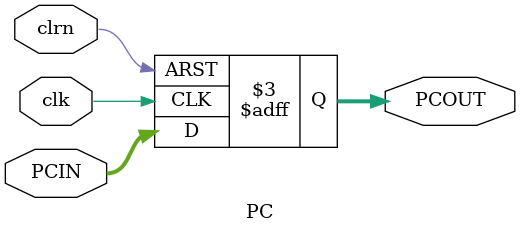
<source format=v>
`timescale 1ns / 1ps


module PC(
    input clk,
    input clrn,
    input[31:0] PCIN,
    output reg[31:0] PCOUT
    );
   
    always@ (negedge clk or posedge clrn) begin 
        if (clrn == 1)
            PCOUT <= 0;
        else
            PCOUT <= PCIN;
    end
endmodule

</source>
